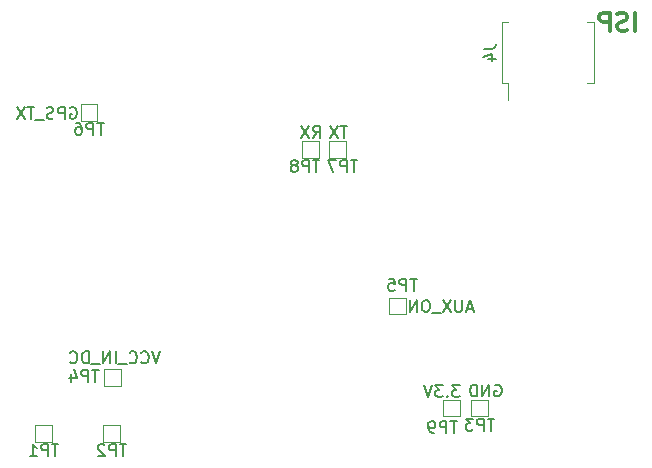
<source format=gbo>
G04 #@! TF.GenerationSoftware,KiCad,Pcbnew,(5.0.1-3-g963ef8bb5)*
G04 #@! TF.CreationDate,2020-09-15T14:43:14+02:00*
G04 #@! TF.ProjectId,trackix,747261636B69782E6B696361645F7063,rev?*
G04 #@! TF.SameCoordinates,Original*
G04 #@! TF.FileFunction,Legend,Bot*
G04 #@! TF.FilePolarity,Positive*
%FSLAX46Y46*%
G04 Gerber Fmt 4.6, Leading zero omitted, Abs format (unit mm)*
G04 Created by KiCad (PCBNEW (5.0.1-3-g963ef8bb5)) date 2020 September 15, Tuesday 14:43:14*
%MOMM*%
%LPD*%
G01*
G04 APERTURE LIST*
%ADD10C,0.200000*%
%ADD11C,0.300000*%
%ADD12C,0.120000*%
%ADD13C,0.150000*%
G04 APERTURE END LIST*
D10*
X147552380Y-102350000D02*
X147647619Y-102302380D01*
X147790476Y-102302380D01*
X147933333Y-102350000D01*
X148028571Y-102445238D01*
X148076190Y-102540476D01*
X148123809Y-102730952D01*
X148123809Y-102873809D01*
X148076190Y-103064285D01*
X148028571Y-103159523D01*
X147933333Y-103254761D01*
X147790476Y-103302380D01*
X147695238Y-103302380D01*
X147552380Y-103254761D01*
X147504761Y-103207142D01*
X147504761Y-102873809D01*
X147695238Y-102873809D01*
X147076190Y-103302380D02*
X147076190Y-102302380D01*
X146695238Y-102302380D01*
X146600000Y-102350000D01*
X146552380Y-102397619D01*
X146504761Y-102492857D01*
X146504761Y-102635714D01*
X146552380Y-102730952D01*
X146600000Y-102778571D01*
X146695238Y-102826190D01*
X147076190Y-102826190D01*
X146123809Y-103254761D02*
X145980952Y-103302380D01*
X145742857Y-103302380D01*
X145647619Y-103254761D01*
X145600000Y-103207142D01*
X145552380Y-103111904D01*
X145552380Y-103016666D01*
X145600000Y-102921428D01*
X145647619Y-102873809D01*
X145742857Y-102826190D01*
X145933333Y-102778571D01*
X146028571Y-102730952D01*
X146076190Y-102683333D01*
X146123809Y-102588095D01*
X146123809Y-102492857D01*
X146076190Y-102397619D01*
X146028571Y-102350000D01*
X145933333Y-102302380D01*
X145695238Y-102302380D01*
X145552380Y-102350000D01*
X145361904Y-103397619D02*
X144600000Y-103397619D01*
X144504761Y-102302380D02*
X143933333Y-102302380D01*
X144219047Y-103302380D02*
X144219047Y-102302380D01*
X143695238Y-102302380D02*
X143028571Y-103302380D01*
X143028571Y-102302380D02*
X143695238Y-103302380D01*
X155157142Y-123002380D02*
X154823809Y-124002380D01*
X154490476Y-123002380D01*
X153585714Y-123907142D02*
X153633333Y-123954761D01*
X153776190Y-124002380D01*
X153871428Y-124002380D01*
X154014285Y-123954761D01*
X154109523Y-123859523D01*
X154157142Y-123764285D01*
X154204761Y-123573809D01*
X154204761Y-123430952D01*
X154157142Y-123240476D01*
X154109523Y-123145238D01*
X154014285Y-123050000D01*
X153871428Y-123002380D01*
X153776190Y-123002380D01*
X153633333Y-123050000D01*
X153585714Y-123097619D01*
X152585714Y-123907142D02*
X152633333Y-123954761D01*
X152776190Y-124002380D01*
X152871428Y-124002380D01*
X153014285Y-123954761D01*
X153109523Y-123859523D01*
X153157142Y-123764285D01*
X153204761Y-123573809D01*
X153204761Y-123430952D01*
X153157142Y-123240476D01*
X153109523Y-123145238D01*
X153014285Y-123050000D01*
X152871428Y-123002380D01*
X152776190Y-123002380D01*
X152633333Y-123050000D01*
X152585714Y-123097619D01*
X152395238Y-124097619D02*
X151633333Y-124097619D01*
X151395238Y-124002380D02*
X151395238Y-123002380D01*
X150919047Y-124002380D02*
X150919047Y-123002380D01*
X150347619Y-124002380D01*
X150347619Y-123002380D01*
X150109523Y-124097619D02*
X149347619Y-124097619D01*
X149109523Y-124002380D02*
X149109523Y-123002380D01*
X148871428Y-123002380D01*
X148728571Y-123050000D01*
X148633333Y-123145238D01*
X148585714Y-123240476D01*
X148538095Y-123430952D01*
X148538095Y-123573809D01*
X148585714Y-123764285D01*
X148633333Y-123859523D01*
X148728571Y-123954761D01*
X148871428Y-124002380D01*
X149109523Y-124002380D01*
X147538095Y-123907142D02*
X147585714Y-123954761D01*
X147728571Y-124002380D01*
X147823809Y-124002380D01*
X147966666Y-123954761D01*
X148061904Y-123859523D01*
X148109523Y-123764285D01*
X148157142Y-123573809D01*
X148157142Y-123430952D01*
X148109523Y-123240476D01*
X148061904Y-123145238D01*
X147966666Y-123050000D01*
X147823809Y-123002380D01*
X147728571Y-123002380D01*
X147585714Y-123050000D01*
X147538095Y-123097619D01*
D11*
X195364285Y-95828571D02*
X195364285Y-94328571D01*
X194721428Y-95757142D02*
X194507142Y-95828571D01*
X194150000Y-95828571D01*
X194007142Y-95757142D01*
X193935714Y-95685714D01*
X193864285Y-95542857D01*
X193864285Y-95400000D01*
X193935714Y-95257142D01*
X194007142Y-95185714D01*
X194150000Y-95114285D01*
X194435714Y-95042857D01*
X194578571Y-94971428D01*
X194650000Y-94900000D01*
X194721428Y-94757142D01*
X194721428Y-94614285D01*
X194650000Y-94471428D01*
X194578571Y-94400000D01*
X194435714Y-94328571D01*
X194078571Y-94328571D01*
X193864285Y-94400000D01*
X193221428Y-95828571D02*
X193221428Y-94328571D01*
X192650000Y-94328571D01*
X192507142Y-94400000D01*
X192435714Y-94471428D01*
X192364285Y-94614285D01*
X192364285Y-94828571D01*
X192435714Y-94971428D01*
X192507142Y-95042857D01*
X192650000Y-95114285D01*
X193221428Y-95114285D01*
D10*
X168116666Y-104902380D02*
X168450000Y-104426190D01*
X168688095Y-104902380D02*
X168688095Y-103902380D01*
X168307142Y-103902380D01*
X168211904Y-103950000D01*
X168164285Y-103997619D01*
X168116666Y-104092857D01*
X168116666Y-104235714D01*
X168164285Y-104330952D01*
X168211904Y-104378571D01*
X168307142Y-104426190D01*
X168688095Y-104426190D01*
X167783333Y-103902380D02*
X167116666Y-104902380D01*
X167116666Y-103902380D02*
X167783333Y-104902380D01*
X171011904Y-103902380D02*
X170440476Y-103902380D01*
X170726190Y-104902380D02*
X170726190Y-103902380D01*
X170202380Y-103902380D02*
X169535714Y-104902380D01*
X169535714Y-103902380D02*
X170202380Y-104902380D01*
X181616666Y-119366666D02*
X181140476Y-119366666D01*
X181711904Y-119652380D02*
X181378571Y-118652380D01*
X181045238Y-119652380D01*
X180711904Y-118652380D02*
X180711904Y-119461904D01*
X180664285Y-119557142D01*
X180616666Y-119604761D01*
X180521428Y-119652380D01*
X180330952Y-119652380D01*
X180235714Y-119604761D01*
X180188095Y-119557142D01*
X180140476Y-119461904D01*
X180140476Y-118652380D01*
X179759523Y-118652380D02*
X179092857Y-119652380D01*
X179092857Y-118652380D02*
X179759523Y-119652380D01*
X178950000Y-119747619D02*
X178188095Y-119747619D01*
X177759523Y-118652380D02*
X177569047Y-118652380D01*
X177473809Y-118700000D01*
X177378571Y-118795238D01*
X177330952Y-118985714D01*
X177330952Y-119319047D01*
X177378571Y-119509523D01*
X177473809Y-119604761D01*
X177569047Y-119652380D01*
X177759523Y-119652380D01*
X177854761Y-119604761D01*
X177950000Y-119509523D01*
X177997619Y-119319047D01*
X177997619Y-118985714D01*
X177950000Y-118795238D01*
X177854761Y-118700000D01*
X177759523Y-118652380D01*
X176902380Y-119652380D02*
X176902380Y-118652380D01*
X176330952Y-119652380D01*
X176330952Y-118652380D01*
X180526190Y-125852380D02*
X179907142Y-125852380D01*
X180240476Y-126233333D01*
X180097619Y-126233333D01*
X180002380Y-126280952D01*
X179954761Y-126328571D01*
X179907142Y-126423809D01*
X179907142Y-126661904D01*
X179954761Y-126757142D01*
X180002380Y-126804761D01*
X180097619Y-126852380D01*
X180383333Y-126852380D01*
X180478571Y-126804761D01*
X180526190Y-126757142D01*
X179478571Y-126757142D02*
X179430952Y-126804761D01*
X179478571Y-126852380D01*
X179526190Y-126804761D01*
X179478571Y-126757142D01*
X179478571Y-126852380D01*
X179097619Y-125852380D02*
X178478571Y-125852380D01*
X178811904Y-126233333D01*
X178669047Y-126233333D01*
X178573809Y-126280952D01*
X178526190Y-126328571D01*
X178478571Y-126423809D01*
X178478571Y-126661904D01*
X178526190Y-126757142D01*
X178573809Y-126804761D01*
X178669047Y-126852380D01*
X178954761Y-126852380D01*
X179050000Y-126804761D01*
X179097619Y-126757142D01*
X178192857Y-125852380D02*
X177859523Y-126852380D01*
X177526190Y-125852380D01*
X183511904Y-125850000D02*
X183607142Y-125802380D01*
X183750000Y-125802380D01*
X183892857Y-125850000D01*
X183988095Y-125945238D01*
X184035714Y-126040476D01*
X184083333Y-126230952D01*
X184083333Y-126373809D01*
X184035714Y-126564285D01*
X183988095Y-126659523D01*
X183892857Y-126754761D01*
X183750000Y-126802380D01*
X183654761Y-126802380D01*
X183511904Y-126754761D01*
X183464285Y-126707142D01*
X183464285Y-126373809D01*
X183654761Y-126373809D01*
X183035714Y-126802380D02*
X183035714Y-125802380D01*
X182464285Y-126802380D01*
X182464285Y-125802380D01*
X181988095Y-126802380D02*
X181988095Y-125802380D01*
X181750000Y-125802380D01*
X181607142Y-125850000D01*
X181511904Y-125945238D01*
X181464285Y-126040476D01*
X181416666Y-126230952D01*
X181416666Y-126373809D01*
X181464285Y-126564285D01*
X181511904Y-126659523D01*
X181607142Y-126754761D01*
X181750000Y-126802380D01*
X181988095Y-126802380D01*
D12*
G04 #@! TO.C,TP2*
X150350000Y-129250000D02*
X150350000Y-130650000D01*
X151750000Y-129250000D02*
X150350000Y-129250000D01*
X151750000Y-130650000D02*
X151750000Y-129250000D01*
X150350000Y-130650000D02*
X151750000Y-130650000D01*
G04 #@! TO.C,TP1*
X144600000Y-130650000D02*
X146000000Y-130650000D01*
X146000000Y-130650000D02*
X146000000Y-129250000D01*
X146000000Y-129250000D02*
X144600000Y-129250000D01*
X144600000Y-129250000D02*
X144600000Y-130650000D01*
G04 #@! TO.C,J4*
X184660000Y-101720000D02*
X184660000Y-100300000D01*
X191870000Y-100300000D02*
X191340000Y-100300000D01*
X191870000Y-95100000D02*
X191870000Y-100300000D01*
X191340000Y-95100000D02*
X191870000Y-95100000D01*
X184130000Y-100300000D02*
X184660000Y-100300000D01*
X184130000Y-95100000D02*
X184130000Y-100300000D01*
X184660000Y-95100000D02*
X184130000Y-95100000D01*
G04 #@! TO.C,TP3*
X181500000Y-128500000D02*
X182900000Y-128500000D01*
X182900000Y-128500000D02*
X182900000Y-127100000D01*
X182900000Y-127100000D02*
X181500000Y-127100000D01*
X181500000Y-127100000D02*
X181500000Y-128500000D01*
G04 #@! TO.C,TP4*
X150450000Y-124500000D02*
X150450000Y-125900000D01*
X151850000Y-124500000D02*
X150450000Y-124500000D01*
X151850000Y-125900000D02*
X151850000Y-124500000D01*
X150450000Y-125900000D02*
X151850000Y-125900000D01*
G04 #@! TO.C,TP5*
X174550000Y-118450000D02*
X174550000Y-119850000D01*
X175950000Y-118450000D02*
X174550000Y-118450000D01*
X175950000Y-119850000D02*
X175950000Y-118450000D01*
X174550000Y-119850000D02*
X175950000Y-119850000D01*
G04 #@! TO.C,TP6*
X148450000Y-102050000D02*
X148450000Y-103450000D01*
X149850000Y-102050000D02*
X148450000Y-102050000D01*
X149850000Y-103450000D02*
X149850000Y-102050000D01*
X148450000Y-103450000D02*
X149850000Y-103450000D01*
G04 #@! TO.C,TP7*
X169500000Y-106600000D02*
X170900000Y-106600000D01*
X170900000Y-106600000D02*
X170900000Y-105200000D01*
X170900000Y-105200000D02*
X169500000Y-105200000D01*
X169500000Y-105200000D02*
X169500000Y-106600000D01*
G04 #@! TO.C,TP8*
X167200000Y-105200000D02*
X167200000Y-106600000D01*
X168600000Y-105200000D02*
X167200000Y-105200000D01*
X168600000Y-106600000D02*
X168600000Y-105200000D01*
X167200000Y-106600000D02*
X168600000Y-106600000D01*
G04 #@! TO.C,TP9*
X179150000Y-128500000D02*
X180550000Y-128500000D01*
X180550000Y-128500000D02*
X180550000Y-127100000D01*
X180550000Y-127100000D02*
X179150000Y-127100000D01*
X179150000Y-127100000D02*
X179150000Y-128500000D01*
G04 #@! TO.C,TP2*
D13*
X152311904Y-130850380D02*
X151740476Y-130850380D01*
X152026190Y-131850380D02*
X152026190Y-130850380D01*
X151407142Y-131850380D02*
X151407142Y-130850380D01*
X151026190Y-130850380D01*
X150930952Y-130898000D01*
X150883333Y-130945619D01*
X150835714Y-131040857D01*
X150835714Y-131183714D01*
X150883333Y-131278952D01*
X150930952Y-131326571D01*
X151026190Y-131374190D01*
X151407142Y-131374190D01*
X150454761Y-130945619D02*
X150407142Y-130898000D01*
X150311904Y-130850380D01*
X150073809Y-130850380D01*
X149978571Y-130898000D01*
X149930952Y-130945619D01*
X149883333Y-131040857D01*
X149883333Y-131136095D01*
X149930952Y-131278952D01*
X150502380Y-131850380D01*
X149883333Y-131850380D01*
G04 #@! TO.C,TP1*
X146561904Y-130850380D02*
X145990476Y-130850380D01*
X146276190Y-131850380D02*
X146276190Y-130850380D01*
X145657142Y-131850380D02*
X145657142Y-130850380D01*
X145276190Y-130850380D01*
X145180952Y-130898000D01*
X145133333Y-130945619D01*
X145085714Y-131040857D01*
X145085714Y-131183714D01*
X145133333Y-131278952D01*
X145180952Y-131326571D01*
X145276190Y-131374190D01*
X145657142Y-131374190D01*
X144133333Y-131850380D02*
X144704761Y-131850380D01*
X144419047Y-131850380D02*
X144419047Y-130850380D01*
X144514285Y-130993238D01*
X144609523Y-131088476D01*
X144704761Y-131136095D01*
G04 #@! TO.C,J4*
X182582380Y-97366666D02*
X183296666Y-97366666D01*
X183439523Y-97319047D01*
X183534761Y-97223809D01*
X183582380Y-97080952D01*
X183582380Y-96985714D01*
X182915714Y-98271428D02*
X183582380Y-98271428D01*
X182534761Y-98033333D02*
X183249047Y-97795238D01*
X183249047Y-98414285D01*
G04 #@! TO.C,TP3*
X183461904Y-128700380D02*
X182890476Y-128700380D01*
X183176190Y-129700380D02*
X183176190Y-128700380D01*
X182557142Y-129700380D02*
X182557142Y-128700380D01*
X182176190Y-128700380D01*
X182080952Y-128748000D01*
X182033333Y-128795619D01*
X181985714Y-128890857D01*
X181985714Y-129033714D01*
X182033333Y-129128952D01*
X182080952Y-129176571D01*
X182176190Y-129224190D01*
X182557142Y-129224190D01*
X181652380Y-128700380D02*
X181033333Y-128700380D01*
X181366666Y-129081333D01*
X181223809Y-129081333D01*
X181128571Y-129128952D01*
X181080952Y-129176571D01*
X181033333Y-129271809D01*
X181033333Y-129509904D01*
X181080952Y-129605142D01*
X181128571Y-129652761D01*
X181223809Y-129700380D01*
X181509523Y-129700380D01*
X181604761Y-129652761D01*
X181652380Y-129605142D01*
G04 #@! TO.C,TP4*
X149961904Y-124552380D02*
X149390476Y-124552380D01*
X149676190Y-125552380D02*
X149676190Y-124552380D01*
X149057142Y-125552380D02*
X149057142Y-124552380D01*
X148676190Y-124552380D01*
X148580952Y-124600000D01*
X148533333Y-124647619D01*
X148485714Y-124742857D01*
X148485714Y-124885714D01*
X148533333Y-124980952D01*
X148580952Y-125028571D01*
X148676190Y-125076190D01*
X149057142Y-125076190D01*
X147628571Y-124885714D02*
X147628571Y-125552380D01*
X147866666Y-124504761D02*
X148104761Y-125219047D01*
X147485714Y-125219047D01*
G04 #@! TO.C,TP5*
X176911904Y-116852380D02*
X176340476Y-116852380D01*
X176626190Y-117852380D02*
X176626190Y-116852380D01*
X176007142Y-117852380D02*
X176007142Y-116852380D01*
X175626190Y-116852380D01*
X175530952Y-116900000D01*
X175483333Y-116947619D01*
X175435714Y-117042857D01*
X175435714Y-117185714D01*
X175483333Y-117280952D01*
X175530952Y-117328571D01*
X175626190Y-117376190D01*
X176007142Y-117376190D01*
X174530952Y-116852380D02*
X175007142Y-116852380D01*
X175054761Y-117328571D01*
X175007142Y-117280952D01*
X174911904Y-117233333D01*
X174673809Y-117233333D01*
X174578571Y-117280952D01*
X174530952Y-117328571D01*
X174483333Y-117423809D01*
X174483333Y-117661904D01*
X174530952Y-117757142D01*
X174578571Y-117804761D01*
X174673809Y-117852380D01*
X174911904Y-117852380D01*
X175007142Y-117804761D01*
X175054761Y-117757142D01*
G04 #@! TO.C,TP6*
X150411904Y-103650380D02*
X149840476Y-103650380D01*
X150126190Y-104650380D02*
X150126190Y-103650380D01*
X149507142Y-104650380D02*
X149507142Y-103650380D01*
X149126190Y-103650380D01*
X149030952Y-103698000D01*
X148983333Y-103745619D01*
X148935714Y-103840857D01*
X148935714Y-103983714D01*
X148983333Y-104078952D01*
X149030952Y-104126571D01*
X149126190Y-104174190D01*
X149507142Y-104174190D01*
X148078571Y-103650380D02*
X148269047Y-103650380D01*
X148364285Y-103698000D01*
X148411904Y-103745619D01*
X148507142Y-103888476D01*
X148554761Y-104078952D01*
X148554761Y-104459904D01*
X148507142Y-104555142D01*
X148459523Y-104602761D01*
X148364285Y-104650380D01*
X148173809Y-104650380D01*
X148078571Y-104602761D01*
X148030952Y-104555142D01*
X147983333Y-104459904D01*
X147983333Y-104221809D01*
X148030952Y-104126571D01*
X148078571Y-104078952D01*
X148173809Y-104031333D01*
X148364285Y-104031333D01*
X148459523Y-104078952D01*
X148507142Y-104126571D01*
X148554761Y-104221809D01*
G04 #@! TO.C,TP7*
X171861904Y-106800380D02*
X171290476Y-106800380D01*
X171576190Y-107800380D02*
X171576190Y-106800380D01*
X170957142Y-107800380D02*
X170957142Y-106800380D01*
X170576190Y-106800380D01*
X170480952Y-106848000D01*
X170433333Y-106895619D01*
X170385714Y-106990857D01*
X170385714Y-107133714D01*
X170433333Y-107228952D01*
X170480952Y-107276571D01*
X170576190Y-107324190D01*
X170957142Y-107324190D01*
X170052380Y-106800380D02*
X169385714Y-106800380D01*
X169814285Y-107800380D01*
G04 #@! TO.C,TP8*
X168661904Y-106800380D02*
X168090476Y-106800380D01*
X168376190Y-107800380D02*
X168376190Y-106800380D01*
X167757142Y-107800380D02*
X167757142Y-106800380D01*
X167376190Y-106800380D01*
X167280952Y-106848000D01*
X167233333Y-106895619D01*
X167185714Y-106990857D01*
X167185714Y-107133714D01*
X167233333Y-107228952D01*
X167280952Y-107276571D01*
X167376190Y-107324190D01*
X167757142Y-107324190D01*
X166614285Y-107228952D02*
X166709523Y-107181333D01*
X166757142Y-107133714D01*
X166804761Y-107038476D01*
X166804761Y-106990857D01*
X166757142Y-106895619D01*
X166709523Y-106848000D01*
X166614285Y-106800380D01*
X166423809Y-106800380D01*
X166328571Y-106848000D01*
X166280952Y-106895619D01*
X166233333Y-106990857D01*
X166233333Y-107038476D01*
X166280952Y-107133714D01*
X166328571Y-107181333D01*
X166423809Y-107228952D01*
X166614285Y-107228952D01*
X166709523Y-107276571D01*
X166757142Y-107324190D01*
X166804761Y-107419428D01*
X166804761Y-107609904D01*
X166757142Y-107705142D01*
X166709523Y-107752761D01*
X166614285Y-107800380D01*
X166423809Y-107800380D01*
X166328571Y-107752761D01*
X166280952Y-107705142D01*
X166233333Y-107609904D01*
X166233333Y-107419428D01*
X166280952Y-107324190D01*
X166328571Y-107276571D01*
X166423809Y-107228952D01*
G04 #@! TO.C,TP9*
X180311904Y-128902380D02*
X179740476Y-128902380D01*
X180026190Y-129902380D02*
X180026190Y-128902380D01*
X179407142Y-129902380D02*
X179407142Y-128902380D01*
X179026190Y-128902380D01*
X178930952Y-128950000D01*
X178883333Y-128997619D01*
X178835714Y-129092857D01*
X178835714Y-129235714D01*
X178883333Y-129330952D01*
X178930952Y-129378571D01*
X179026190Y-129426190D01*
X179407142Y-129426190D01*
X178359523Y-129902380D02*
X178169047Y-129902380D01*
X178073809Y-129854761D01*
X178026190Y-129807142D01*
X177930952Y-129664285D01*
X177883333Y-129473809D01*
X177883333Y-129092857D01*
X177930952Y-128997619D01*
X177978571Y-128950000D01*
X178073809Y-128902380D01*
X178264285Y-128902380D01*
X178359523Y-128950000D01*
X178407142Y-128997619D01*
X178454761Y-129092857D01*
X178454761Y-129330952D01*
X178407142Y-129426190D01*
X178359523Y-129473809D01*
X178264285Y-129521428D01*
X178073809Y-129521428D01*
X177978571Y-129473809D01*
X177930952Y-129426190D01*
X177883333Y-129330952D01*
G04 #@! TD*
M02*

</source>
